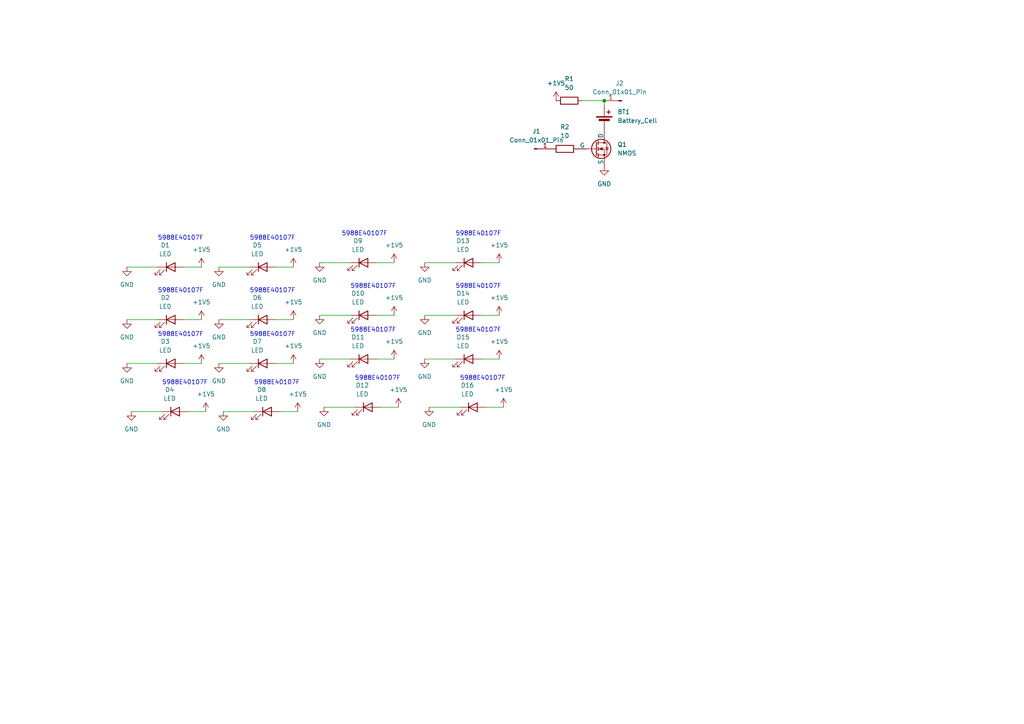
<source format=kicad_sch>
(kicad_sch (version 20230121) (generator eeschema)
  (paper "A4")
  (lib_symbols
    (symbol "Connector:Conn_01x01_Pin" (pin_names (offset 1.016) hide)
      (property "Reference" "J" (at 0 2.54 0))
      (property "Value" "Conn_01x01_Pin" (at 0 -2.54 0))
      (symbol "Conn_01x01_Pin_1_1"
        (polyline (pts (xy 1.27 0) (xy 0.8636 0)) (stroke (width 0.1524)))
        (rectangle (start 0.8636 0.127) (end 0 -0.127) (stroke (width 0.1524)) (fill (type outline)))
        (pin passive line (at 5.08 0 180) (length 3.81) (name "Pin_1") (number "1"))
      )
    )
    (symbol "Device:Battery_Cell" (pin_numbers hide) (pin_names (offset 0) hide)
      (property "Reference" "BT" (at 2.54 2.54 0))
      (property "Value" "Battery_Cell" (at 2.54 0 0))
      (symbol "Battery_Cell_0_1"
        (rectangle (start -2.286 1.778) (end 2.286 1.524) (fill (type outline)))
        (rectangle (start -1.524 1.016) (end 1.524 0.508) (fill (type outline)))
        (polyline (pts (xy 0 0.762) (xy 0 0)))
        (polyline (pts (xy 0 1.778) (xy 0 2.54)))
        (polyline (pts (xy 0.762 3.048) (xy 1.778 3.048)) (stroke (width 0.254)))
        (polyline (pts (xy 1.27 3.556) (xy 1.27 2.54)) (stroke (width 0.254)))
      )
      (symbol "Battery_Cell_1_1"
        (pin passive line (at 0 5.08 270) (length 2.54) (name "+") (number "1"))
        (pin passive line (at 0 -2.54 90) (length 2.54) (name "-") (number "2"))
      )
    )
    (symbol "Device:LED" (pin_numbers hide) (pin_names (offset 1.016) hide)
      (property "Reference" "D" (at 0 2.54 0))
      (property "Value" "LED" (at 0 -2.54 0))
      (symbol "LED_0_1"
        (polyline (pts (xy -1.27 -1.27) (xy -1.27 1.27)) (stroke (width 0.254)))
        (polyline (pts (xy -1.27 0) (xy 1.27 0)))
        (polyline (pts (xy 1.27 -1.27) (xy 1.27 1.27) (xy -1.27 0) (xy 1.27 -1.27)) (stroke (width 0.254)))
        (polyline (pts (xy -3.048 -0.762) (xy -4.572 -2.286) (xy -3.81 -2.286) (xy -4.572 -2.286) (xy -4.572 -1.524)))
        (polyline (pts (xy -1.778 -0.762) (xy -3.302 -2.286) (xy -2.54 -2.286) (xy -3.302 -2.286) (xy -3.302 -1.524)))
      )
      (symbol "LED_1_1"
        (pin passive line (at -3.81 0 0) (length 2.54) (name "K") (number "1"))
        (pin passive line (at 3.81 0 180) (length 2.54) (name "A") (number "2"))
      )
    )
    (symbol "Device:R" (pin_numbers hide) (pin_names (offset 0))
      (property "Reference" "R" (at 2.032 0 90))
      (property "Value" "R" (at 0 0 90))
      (symbol "R_0_1"
        (rectangle (start -1.016 -2.54) (end 1.016 2.54) (stroke (width 0.254)))
      )
      (symbol "R_1_1"
        (pin passive line (at 0 3.81 270) (length 1.27) (name "~") (number "1"))
        (pin passive line (at 0 -3.81 90) (length 1.27) (name "~") (number "2"))
      )
    )
    (symbol "Simulation_SPICE:NMOS" (pin_numbers hide) (pin_names (offset 0))
      (property "Reference" "Q" (at 5.08 1.27 0))
      (property "Value" "NMOS" (at 5.08 -1.27 0))
      (symbol "NMOS_0_1"
        (polyline (pts (xy 0.254 0) (xy -2.54 0)))
        (polyline (pts (xy 0.254 1.905) (xy 0.254 -1.905)) (stroke (width 0.254)))
        (polyline (pts (xy 0.762 -1.27) (xy 0.762 -2.286)) (stroke (width 0.254)))
        (polyline (pts (xy 0.762 0.508) (xy 0.762 -0.508)) (stroke (width 0.254)))
        (polyline (pts (xy 0.762 2.286) (xy 0.762 1.27)) (stroke (width 0.254)))
        (polyline (pts (xy 2.54 2.54) (xy 2.54 1.778)))
        (polyline (pts (xy 2.54 -2.54) (xy 2.54 0) (xy 0.762 0)))
        (polyline (pts (xy 0.762 -1.778) (xy 3.302 -1.778) (xy 3.302 1.778) (xy 0.762 1.778)))
        (polyline (pts (xy 1.016 0) (xy 2.032 0.381) (xy 2.032 -0.381) (xy 1.016 0)) (fill (type outline)))
        (polyline (pts (xy 2.794 0.508) (xy 2.921 0.381) (xy 3.683 0.381) (xy 3.81 0.254)))
        (polyline (pts (xy 3.302 0.381) (xy 2.921 -0.254) (xy 3.683 -0.254) (xy 3.302 0.381)))
        (circle (center 1.651 0) (radius 2.794) (stroke (width 0.254)))
        (circle (center 2.54 -1.778) (radius 0.254) (fill (type outline)))
        (circle (center 2.54 1.778) (radius 0.254) (fill (type outline)))
      )
      (symbol "NMOS_1_1"
        (pin passive line (at 2.54 5.08 270) (length 2.54) (name "D") (number "1"))
        (pin input line (at -5.08 0 0) (length 2.54) (name "G") (number "2"))
        (pin passive line (at 2.54 -5.08 90) (length 2.54) (name "S") (number "3"))
      )
    )
    (symbol "power:+1V5" (power) (pin_names (offset 0))
      (property "Value" "+1V5" (at 0 3.556 0))
      (symbol "+1V5_0_1"
        (polyline (pts (xy -0.762 1.27) (xy 0 2.54)))
        (polyline (pts (xy 0 0) (xy 0 2.54)))
        (polyline (pts (xy 0 2.54) (xy 0.762 1.27)))
      )
      (symbol "+1V5_1_1"
        (pin power_in line (at 0 0 90) (length 0) hide (name "+1V5") (number "1"))
      )
    )
    (symbol "power:GND" (power) (pin_names (offset 0))
      (property "Value" "GND" (at 0 -3.81 0))
      (symbol "GND_0_1"
        (polyline (pts (xy 0 0) (xy 0 -1.27) (xy 1.27 -1.27) (xy 0 -2.54) (xy -1.27 -1.27) (xy 0 -1.27)))
      )
      (symbol "GND_1_1"
        (pin power_in line (at 0 0 270) (length 0) hide (name "GND") (number "1"))
      )
    )
  )
  (junction (at 175.26 29.21))
  (wire (pts (xy 64.77 119.38) (xy 73.66 119.38)))
  (wire (pts (xy 109.22 91.44) (xy 114.3 91.44)))
  (wire (pts (xy 54.61 119.38) (xy 59.69 119.38)))
  (wire (pts (xy 109.22 104.14) (xy 114.3 104.14)))
  (wire (pts (xy 139.7 104.14) (xy 144.78 104.14)))
  (wire (pts (xy 123.19 76.2) (xy 132.08 76.2)))
  (wire (pts (xy 53.34 92.71) (xy 58.42 92.71)))
  (wire (pts (xy 140.97 118.11) (xy 146.05 118.11)))
  (wire (pts (xy 80.01 105.41) (xy 85.09 105.41)))
  (wire (pts (xy 38.1 119.38) (xy 46.99 119.38)))
  (wire (pts (xy 92.71 91.44) (xy 101.6 91.44)))
  (wire (pts (xy 63.5 77.47) (xy 72.39 77.47)))
  (wire (pts (xy 80.01 77.47) (xy 85.09 77.47)))
  (wire (pts (xy 123.19 104.14) (xy 132.08 104.14)))
  (wire (pts (xy 53.34 77.47) (xy 58.42 77.47)))
  (wire (pts (xy 36.83 105.41) (xy 45.72 105.41)))
  (wire (pts (xy 168.91 29.21) (xy 175.26 29.21)))
  (wire (pts (xy 81.28 119.38) (xy 86.36 119.38)))
  (wire (pts (xy 139.7 91.44) (xy 144.78 91.44)))
  (wire (pts (xy 92.71 104.14) (xy 101.6 104.14)))
  (wire (pts (xy 109.22 76.2) (xy 114.3 76.2)))
  (wire (pts (xy 36.83 92.71) (xy 45.72 92.71)))
  (wire (pts (xy 92.71 76.2) (xy 101.6 76.2)))
  (wire (pts (xy 175.26 29.21) (xy 175.26 30.48)))
  (wire (pts (xy 139.7 76.2) (xy 144.78 76.2)))
  (wire (pts (xy 63.5 92.71) (xy 72.39 92.71)))
  (wire (pts (xy 124.46 118.11) (xy 133.35 118.11)))
  (wire (pts (xy 123.19 91.44) (xy 132.08 91.44)))
  (wire (pts (xy 63.5 105.41) (xy 72.39 105.41)))
  (wire (pts (xy 53.34 105.41) (xy 58.42 105.41)))
  (wire (pts (xy 36.83 77.47) (xy 45.72 77.47)))
  (wire (pts (xy 93.98 118.11) (xy 102.87 118.11)))
  (wire (pts (xy 80.01 92.71) (xy 85.09 92.71)))
  (wire (pts (xy 110.49 118.11) (xy 115.57 118.11)))
  (text "5988E40107F" (at 45.72 85.09 0) (effects (font (size 1.27 1.27)) (justify left bottom)))
  (text "5988E40107F" (at 46.99 111.76 0) (effects (font (size 1.27 1.27)) (justify left bottom)))
  (text "5988E40107F" (at 72.39 97.79 0) (effects (font (size 1.27 1.27)) (justify left bottom)))
  (text "5988E40107F" (at 132.08 68.58 0) (effects (font (size 1.27 1.27)) (justify left bottom)))
  (text "5988E40107F" (at 99.06 68.58 0) (effects (font (size 1.27 1.27)) (justify left bottom)))
  (text "5988E40107F" (at 101.6 96.52 0) (effects (font (size 1.27 1.27)) (justify left bottom)))
  (text "5988E40107F" (at 132.08 96.52 0) (effects (font (size 1.27 1.27)) (justify left bottom)))
  (text "5988E40107F" (at 132.08 83.82 0) (effects (font (size 1.27 1.27)) (justify left bottom)))
  (text "5988E40107F" (at 72.39 69.85 0) (effects (font (size 1.27 1.27)) (justify left bottom)))
  (text "5988E40107F" (at 73.66 111.76 0) (effects (font (size 1.27 1.27)) (justify left bottom)))
  (text "5988E40107F" (at 102.87 110.49 0) (effects (font (size 1.27 1.27)) (justify left bottom)))
  (text "5988E40107F" (at 133.35 110.49 0) (effects (font (size 1.27 1.27)) (justify left bottom)))
  (text "5988E40107F" (at 45.72 69.85 0) (effects (font (size 1.27 1.27)) (justify left bottom)))
  (text "5988E40107F" (at 101.6 83.82 0) (effects (font (size 1.27 1.27)) (justify left bottom)))
  (text "5988E40107F" (at 72.39 85.09 0) (effects (font (size 1.27 1.27)) (justify left bottom)))
  (text "5988E40107F" (at 45.72 97.79 0) (effects (font (size 1.27 1.27)) (justify left bottom)))
  (symbol (lib_id "power:GND") (at 123.19 76.2 0) (unit 1)
    (property "Reference" "#PWR027" (effects hide))
    (property "Value" "GND" (at 123.19 81.28 0))
  )
  (symbol (lib_id "power:GND") (at 92.71 76.2 0) (unit 1)
    (property "Reference" "#PWR019" (effects hide))
    (property "Value" "GND" (at 92.71 81.28 0))
  )
  (symbol (lib_id "Device:LED") (at 135.89 76.2 0) (unit 1)
    (property "Reference" "D13" (at 134.3025 69.85 0))
    (property "Value" "LED" (at 134.3025 72.39 0))
    (property "Footprint" "Resistor_SMD:R_0603_1608Metric_Pad0.98x0.95mm_HandSolder" (effects hide))
  )
  (symbol (lib_id "power:+1V5") (at 59.69 119.38 0) (unit 1)
    (property "Reference" "#PWR010" (effects hide))
    (property "Value" "+1V5" (at 59.69 114.3 0))
  )
  (symbol (lib_id "power:GND") (at 36.83 105.41 0) (unit 1)
    (property "Reference" "#PWR07" (effects hide))
    (property "Value" "GND" (at 36.83 110.49 0))
  )
  (symbol (lib_id "Device:LED") (at 76.2 92.71 0) (unit 1)
    (property "Reference" "D6" (at 74.6125 86.36 0))
    (property "Value" "LED" (at 74.6125 88.9 0))
    (property "Footprint" "Resistor_SMD:R_0603_1608Metric_Pad0.98x0.95mm_HandSolder" (effects hide))
  )
  (symbol (lib_id "power:GND") (at 93.98 118.11 0) (unit 1)
    (property "Reference" "#PWR022" (effects hide))
    (property "Value" "GND" (at 93.98 123.19 0))
  )
  (symbol (lib_id "power:GND") (at 92.71 104.14 0) (unit 1)
    (property "Reference" "#PWR021" (effects hide))
    (property "Value" "GND" (at 92.71 109.22 0))
  )
  (symbol (lib_id "power:+1V5") (at 58.42 92.71 0) (unit 1)
    (property "Reference" "#PWR06" (effects hide))
    (property "Value" "+1V5" (at 58.42 87.63 0))
  )
  (symbol (lib_id "power:+1V5") (at 115.57 118.11 0) (unit 1)
    (property "Reference" "#PWR026" (effects hide))
    (property "Value" "+1V5" (at 115.57 113.03 0))
  )
  (symbol (lib_id "power:GND") (at 64.77 119.38 0) (unit 1)
    (property "Reference" "#PWR014" (effects hide))
    (property "Value" "GND" (at 64.77 124.46 0))
  )
  (symbol (lib_id "power:+1V5") (at 114.3 91.44 0) (unit 1)
    (property "Reference" "#PWR024" (effects hide))
    (property "Value" "+1V5" (at 114.3 86.36 0))
  )
  (symbol (lib_id "power:+1V5") (at 114.3 104.14 0) (unit 1)
    (property "Reference" "#PWR025" (effects hide))
    (property "Value" "+1V5" (at 114.3 99.06 0))
  )
  (symbol (lib_id "power:GND") (at 63.5 92.71 0) (unit 1)
    (property "Reference" "#PWR012" (effects hide))
    (property "Value" "GND" (at 63.5 97.79 0))
  )
  (symbol (lib_id "Device:LED") (at 105.41 76.2 0) (unit 1)
    (property "Reference" "D9" (at 103.8225 69.85 0))
    (property "Value" "LED" (at 103.8225 72.39 0))
    (property "Footprint" "Resistor_SMD:R_0603_1608Metric_Pad0.98x0.95mm_HandSolder" (effects hide))
  )
  (symbol (lib_id "power:+1V5") (at 144.78 91.44 0) (unit 1)
    (property "Reference" "#PWR032" (effects hide))
    (property "Value" "+1V5" (at 144.78 86.36 0))
  )
  (symbol (lib_id "power:GND") (at 92.71 91.44 0) (unit 1)
    (property "Reference" "#PWR020" (effects hide))
    (property "Value" "GND" (at 92.71 96.52 0))
  )
  (symbol (lib_id "power:+1V5") (at 85.09 92.71 0) (unit 1)
    (property "Reference" "#PWR016" (effects hide))
    (property "Value" "+1V5" (at 85.09 87.63 0))
  )
  (symbol (lib_id "power:+1V5") (at 146.05 118.11 0) (unit 1)
    (property "Reference" "#PWR034" (effects hide))
    (property "Value" "+1V5" (at 146.05 113.03 0))
  )
  (symbol (lib_id "Device:LED") (at 77.47 119.38 0) (unit 1)
    (property "Reference" "D8" (at 75.8825 113.03 0))
    (property "Value" "LED" (at 75.8825 115.57 0))
    (property "Footprint" "Resistor_SMD:R_0603_1608Metric_Pad0.98x0.95mm_HandSolder" (effects hide))
  )
  (symbol (lib_id "power:+1V5") (at 85.09 105.41 0) (unit 1)
    (property "Reference" "#PWR017" (effects hide))
    (property "Value" "+1V5" (at 85.09 100.33 0))
  )
  (symbol (lib_id "Device:LED") (at 49.53 105.41 0) (unit 1)
    (property "Reference" "D3" (at 47.9425 99.06 0))
    (property "Value" "LED" (at 47.9425 101.6 0))
    (property "Footprint" "Resistor_SMD:R_0603_1608Metric_Pad0.98x0.95mm_HandSolder" (effects hide))
  )
  (symbol (lib_id "power:+1V5") (at 161.29 29.21 0) (unit 1)
    (property "Reference" "#PWR01" (effects hide))
    (property "Value" "+1V5" (at 161.29 24.13 0))
  )
  (symbol (lib_id "Device:R") (at 165.1 29.21 90) (unit 1)
    (property "Reference" "R1" (at 165.1 22.86 90))
    (property "Value" "50" (at 165.1 25.4 90))
    (property "Footprint" "Resistor_SMD:R_0603_1608Metric_Pad0.98x0.95mm_HandSolder" (effects hide))
  )
  (symbol (lib_id "power:GND") (at 175.26 48.26 0) (unit 1)
    (property "Reference" "#PWR03" (effects hide))
    (property "Value" "GND" (at 175.26 53.34 0))
  )
  (symbol (lib_id "power:+1V5") (at 114.3 76.2 0) (unit 1)
    (property "Reference" "#PWR023" (effects hide))
    (property "Value" "+1V5" (at 114.3 71.12 0))
  )
  (symbol (lib_id "Simulation_SPICE:NMOS") (at 172.72 43.18 0) (unit 1)
    (property "Reference" "Q1" (at 179.07 41.91 0) (effects (justify left)))
    (property "Value" "NMOS" (at 179.07 44.45 0) (effects (justify left)))
    (property "Footprint" "Package_TO_SOT_SMD:SOT-323_SC-70_Handsoldering" (effects hide))
    (property "Datasheet" "https://ngspice.sourceforge.io/docs/ngspice-manual.pdf" (effects hide))
    (property "Sim.Device" "NMOS" (effects hide))
    (property "Sim.Type" "VDMOS" (effects hide))
    (property "Sim.Pins" "1=D 2=G 3=S" (effects hide))
  )
  (symbol (lib_id "power:+1V5") (at 144.78 104.14 0) (unit 1)
    (property "Reference" "#PWR033" (effects hide))
    (property "Value" "+1V5" (at 144.78 99.06 0))
  )
  (symbol (lib_id "Device:LED") (at 76.2 77.47 0) (unit 1)
    (property "Reference" "D5" (at 74.6125 71.12 0))
    (property "Value" "LED" (at 74.6125 73.66 0))
    (property "Footprint" "Resistor_SMD:R_0603_1608Metric_Pad0.98x0.95mm_HandSolder" (effects hide))
  )
  (symbol (lib_id "Device:LED") (at 49.53 77.47 0) (unit 1)
    (property "Reference" "D1" (at 47.9425 71.12 0))
    (property "Value" "LED" (at 47.9425 73.66 0))
    (property "Footprint" "Resistor_SMD:R_0603_1608Metric_Pad0.98x0.95mm_HandSolder" (effects hide))
  )
  (symbol (lib_id "power:+1V5") (at 144.78 76.2 0) (unit 1)
    (property "Reference" "#PWR031" (effects hide))
    (property "Value" "+1V5" (at 144.78 71.12 0))
  )
  (symbol (lib_id "power:GND") (at 36.83 77.47 0) (unit 1)
    (property "Reference" "#PWR04" (effects hide))
    (property "Value" "GND" (at 36.83 82.55 0))
  )
  (symbol (lib_id "Device:LED") (at 105.41 104.14 0) (unit 1)
    (property "Reference" "D11" (at 103.8225 97.79 0))
    (property "Value" "LED" (at 103.8225 100.33 0))
    (property "Footprint" "Resistor_SMD:R_0603_1608Metric_Pad0.98x0.95mm_HandSolder" (effects hide))
  )
  (symbol (lib_id "power:GND") (at 38.1 119.38 0) (unit 1)
    (property "Reference" "#PWR09" (effects hide))
    (property "Value" "GND" (at 38.1 124.46 0))
  )
  (symbol (lib_id "power:+1V5") (at 58.42 77.47 0) (unit 1)
    (property "Reference" "#PWR02" (effects hide))
    (property "Value" "+1V5" (at 58.42 72.39 0))
  )
  (symbol (lib_id "Device:LED") (at 135.89 104.14 0) (unit 1)
    (property "Reference" "D15" (at 134.3025 97.79 0))
    (property "Value" "LED" (at 134.3025 100.33 0))
    (property "Footprint" "Resistor_SMD:R_0603_1608Metric_Pad0.98x0.95mm_HandSolder" (effects hide))
  )
  (symbol (lib_id "Device:LED") (at 76.2 105.41 0) (unit 1)
    (property "Reference" "D7" (at 74.6125 99.06 0))
    (property "Value" "LED" (at 74.6125 101.6 0))
    (property "Footprint" "Resistor_SMD:R_0603_1608Metric_Pad0.98x0.95mm_HandSolder" (effects hide))
  )
  (symbol (lib_id "power:GND") (at 63.5 105.41 0) (unit 1)
    (property "Reference" "#PWR013" (effects hide))
    (property "Value" "GND" (at 63.5 110.49 0))
  )
  (symbol (lib_id "Device:Battery_Cell") (at 175.26 35.56 0) (unit 1)
    (property "Reference" "BT1" (at 179.07 32.4485 0) (effects (justify left)))
    (property "Value" "Battery_Cell" (at 179.07 34.9885 0) (effects (justify left)))
    (property "Footprint" "Battery:BatteryHolder_Keystone_3008_1x2450" (effects hide))
  )
  (symbol (lib_id "power:+1V5") (at 58.42 105.41 0) (unit 1)
    (property "Reference" "#PWR08" (effects hide))
    (property "Value" "+1V5" (at 58.42 100.33 0))
  )
  (symbol (lib_id "power:GND") (at 123.19 104.14 0) (unit 1)
    (property "Reference" "#PWR029" (effects hide))
    (property "Value" "GND" (at 123.19 109.22 0))
  )
  (symbol (lib_id "Device:LED") (at 135.89 91.44 0) (unit 1)
    (property "Reference" "D14" (at 134.3025 85.09 0))
    (property "Value" "LED" (at 134.3025 87.63 0))
    (property "Footprint" "Resistor_SMD:R_0603_1608Metric_Pad0.98x0.95mm_HandSolder" (effects hide))
  )
  (symbol (lib_id "power:GND") (at 63.5 77.47 0) (unit 1)
    (property "Reference" "#PWR011" (effects hide))
    (property "Value" "GND" (at 63.5 82.55 0))
  )
  (symbol (lib_id "power:+1V5") (at 85.09 77.47 0) (unit 1)
    (property "Reference" "#PWR015" (effects hide))
    (property "Value" "+1V5" (at 85.09 72.39 0))
  )
  (symbol (lib_id "Device:R") (at 163.83 43.18 90) (unit 1)
    (property "Reference" "R2" (at 163.83 36.83 90))
    (property "Value" "10" (at 163.83 39.37 90))
    (property "Footprint" "Resistor_SMD:R_0603_1608Metric_Pad0.98x0.95mm_HandSolder" (effects hide))
  )
  (symbol (lib_id "power:GND") (at 36.83 92.71 0) (unit 1)
    (property "Reference" "#PWR05" (effects hide))
    (property "Value" "GND" (at 36.83 97.79 0))
  )
  (symbol (lib_id "Connector:Conn_01x01_Pin") (at 154.94 43.18 0) (unit 1)
    (property "Reference" "J1" (at 155.575 38.1 0))
    (property "Value" "Conn_01x01_Pin" (at 155.575 40.64 0))
    (property "Footprint" "Connector_PinHeader_2.54mm:PinHeader_1x01_P2.54mm_Vertical" (effects hide))
  )
  (symbol (lib_id "Device:LED") (at 49.53 92.71 0) (unit 1)
    (property "Reference" "D2" (at 47.9425 86.36 0))
    (property "Value" "LED" (at 47.9425 88.9 0))
    (property "Footprint" "Resistor_SMD:R_0603_1608Metric_Pad0.98x0.95mm_HandSolder" (effects hide))
  )
  (symbol (lib_id "Device:LED") (at 105.41 91.44 0) (unit 1)
    (property "Reference" "D10" (at 103.8225 85.09 0))
    (property "Value" "LED" (at 103.8225 87.63 0))
    (property "Footprint" "Resistor_SMD:R_0603_1608Metric_Pad0.98x0.95mm_HandSolder" (effects hide))
  )
  (symbol (lib_id "Device:LED") (at 106.68 118.11 0) (unit 1)
    (property "Reference" "D12" (at 105.0925 111.76 0))
    (property "Value" "LED" (at 105.0925 114.3 0))
    (property "Footprint" "Resistor_SMD:R_0603_1608Metric_Pad0.98x0.95mm_HandSolder" (effects hide))
  )
  (symbol (lib_id "power:GND") (at 124.46 118.11 0) (unit 1)
    (property "Reference" "#PWR030" (effects hide))
    (property "Value" "GND" (at 124.46 123.19 0))
  )
  (symbol (lib_id "Connector:Conn_01x01_Pin") (at 180.34 29.21 180) (unit 1)
    (property "Reference" "J2" (at 179.705 24.13 0))
    (property "Value" "Conn_01x01_Pin" (at 179.705 26.67 0))
    (property "Footprint" "Connector_PinHeader_2.54mm:PinHeader_1x01_P2.54mm_Vertical" (effects hide))
  )
  (symbol (lib_id "power:+1V5") (at 86.36 119.38 0) (unit 1)
    (property "Reference" "#PWR018" (effects hide))
    (property "Value" "+1V5" (at 86.36 114.3 0))
  )
  (symbol (lib_id "Device:LED") (at 50.8 119.38 0) (unit 1)
    (property "Reference" "D4" (at 49.2125 113.03 0))
    (property "Value" "LED" (at 49.2125 115.57 0))
    (property "Footprint" "Resistor_SMD:R_0603_1608Metric_Pad0.98x0.95mm_HandSolder" (effects hide))
  )
  (symbol (lib_id "Device:LED") (at 137.16 118.11 0) (unit 1)
    (property "Reference" "D16" (at 135.5725 111.76 0))
    (property "Value" "LED" (at 135.5725 114.3 0))
    (property "Footprint" "Resistor_SMD:R_0603_1608Metric_Pad0.98x0.95mm_HandSolder" (effects hide))
  )
  (symbol (lib_id "power:GND") (at 123.19 91.44 0) (unit 1)
    (property "Reference" "#PWR028" (effects hide))
    (property "Value" "GND" (at 123.19 96.52 0))
  )
)
</source>
